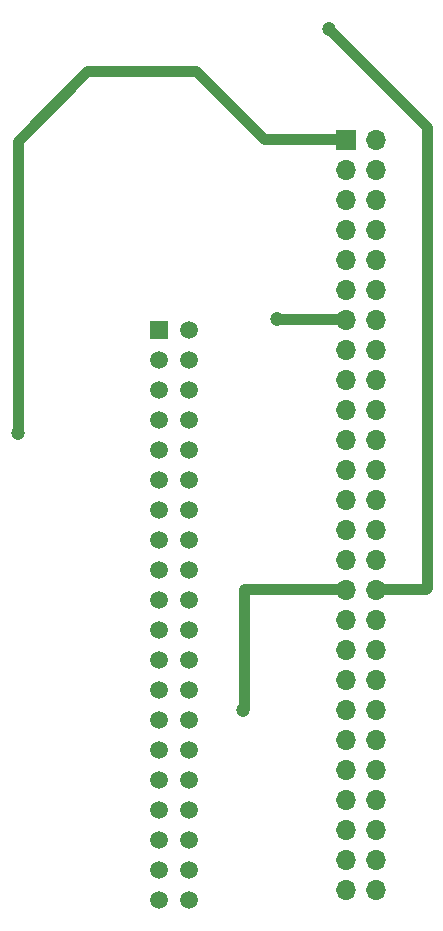
<source format=gbr>
%TF.GenerationSoftware,KiCad,Pcbnew,8.0.0*%
%TF.CreationDate,2024-06-21T11:16:24+02:00*%
%TF.ProjectId,lora,6c6f7261-2e6b-4696-9361-645f70636258,rev?*%
%TF.SameCoordinates,Original*%
%TF.FileFunction,Copper,L1,Top*%
%TF.FilePolarity,Positive*%
%FSLAX46Y46*%
G04 Gerber Fmt 4.6, Leading zero omitted, Abs format (unit mm)*
G04 Created by KiCad (PCBNEW 8.0.0) date 2024-06-21 11:16:24*
%MOMM*%
%LPD*%
G01*
G04 APERTURE LIST*
%TA.AperFunction,ComponentPad*%
%ADD10R,1.700000X1.700000*%
%TD*%
%TA.AperFunction,ComponentPad*%
%ADD11O,1.700000X1.700000*%
%TD*%
%TA.AperFunction,ComponentPad*%
%ADD12R,1.508000X1.508000*%
%TD*%
%TA.AperFunction,ComponentPad*%
%ADD13C,1.508000*%
%TD*%
%TA.AperFunction,ViaPad*%
%ADD14C,1.200000*%
%TD*%
%TA.AperFunction,Conductor*%
%ADD15C,0.900000*%
%TD*%
G04 APERTURE END LIST*
D10*
%TO.P,U2,1,1*%
%TO.N,Net-(U3-GND_1)*%
X189300000Y-69100000D03*
D11*
%TO.P,U2,2,2*%
%TO.N,unconnected-(U2-Pad2)*%
X189300000Y-71640000D03*
%TO.P,U2,3,3*%
%TO.N,unconnected-(U2-Pad3)*%
X189300000Y-74180000D03*
%TO.P,U2,4,4*%
%TO.N,unconnected-(U2-Pad4)*%
X189300000Y-76720000D03*
%TO.P,U2,5,5*%
%TO.N,unconnected-(U2-Pad5)*%
X189300000Y-79260000D03*
%TO.P,U2,6,6*%
%TO.N,unconnected-(U2-Pad6)*%
X189300000Y-81800000D03*
%TO.P,U2,7,7*%
%TO.N,Net-(U3-5V_1)*%
X189300000Y-84340000D03*
%TO.P,U2,8,8*%
%TO.N,unconnected-(U2-Pad8)*%
X189300000Y-86880000D03*
%TO.P,U2,9,9*%
%TO.N,unconnected-(U2-Pad9)*%
X189300000Y-89420000D03*
%TO.P,U2,10,10*%
%TO.N,unconnected-(U2-Pad10)*%
X189300000Y-91960000D03*
%TO.P,U2,11,11*%
%TO.N,unconnected-(U2-Pad11)*%
X189300000Y-94500000D03*
%TO.P,U2,12,12*%
%TO.N,unconnected-(U2-Pad12)*%
X189300000Y-97040000D03*
%TO.P,U2,13,13*%
%TO.N,unconnected-(U2-Pad13)*%
X189300000Y-99580000D03*
%TO.P,U2,14,14*%
%TO.N,unconnected-(U2-Pad14)*%
X189300000Y-102120000D03*
%TO.P,U2,15,15*%
%TO.N,unconnected-(U2-Pad15)*%
X189300000Y-104660000D03*
%TO.P,U2,16,16*%
%TO.N,Net-(U3-GPIO3_SCL)*%
X189300000Y-107200000D03*
%TO.P,U2,17,17*%
%TO.N,unconnected-(U2-Pad17)*%
X189300000Y-109740000D03*
%TO.P,U2,18,18*%
%TO.N,unconnected-(U2-Pad18)*%
X189300000Y-112280000D03*
%TO.P,U2,19,19*%
%TO.N,unconnected-(U2-Pad19)*%
X189300000Y-114820000D03*
%TO.P,U2,20,20*%
%TO.N,unconnected-(U2-Pad20)*%
X189300000Y-117360000D03*
%TO.P,U2,21,21*%
%TO.N,unconnected-(U2-Pad21)*%
X189300000Y-119900000D03*
%TO.P,U2,22,22*%
%TO.N,unconnected-(U2-Pad22)*%
X189300000Y-122440000D03*
%TO.P,U2,23,23*%
%TO.N,unconnected-(U2-Pad23)*%
X189300000Y-124980000D03*
%TO.P,U2,24,24*%
%TO.N,unconnected-(U2-Pad24)*%
X189300000Y-127520000D03*
%TO.P,U2,25,25*%
%TO.N,unconnected-(U2-Pad25)*%
X189300000Y-130060000D03*
%TO.P,U2,26,26*%
%TO.N,unconnected-(U2-Pad26)*%
X189300000Y-132600000D03*
%TO.P,U2,27,27*%
%TO.N,unconnected-(U2-Pad27)*%
X191840000Y-132600000D03*
%TO.P,U2,28,28*%
%TO.N,unconnected-(U2-Pad28)*%
X191840000Y-130060000D03*
%TO.P,U2,29,29*%
%TO.N,unconnected-(U2-Pad29)*%
X191840000Y-127520000D03*
%TO.P,U2,30,30*%
%TO.N,unconnected-(U2-Pad30)*%
X191840000Y-124980000D03*
%TO.P,U2,31,31*%
%TO.N,unconnected-(U2-Pad31)*%
X191840000Y-122440000D03*
%TO.P,U2,32,32*%
%TO.N,unconnected-(U2-Pad32)*%
X191840000Y-119900000D03*
%TO.P,U2,33,33*%
%TO.N,unconnected-(U2-Pad33)*%
X191840000Y-117360000D03*
%TO.P,U2,34,34*%
%TO.N,unconnected-(U2-Pad34)*%
X191840000Y-114820000D03*
%TO.P,U2,35,35*%
%TO.N,unconnected-(U2-Pad35)*%
X191840000Y-112280000D03*
%TO.P,U2,36,36*%
%TO.N,unconnected-(U2-Pad36)*%
X191840000Y-109740000D03*
%TO.P,U2,37,37*%
%TO.N,Net-(U3-GPIO2_SDA)*%
X191840000Y-107200000D03*
%TO.P,U2,38,38*%
%TO.N,unconnected-(U2-Pad38)*%
X191840000Y-104660000D03*
%TO.P,U2,39,39*%
%TO.N,unconnected-(U2-Pad39)*%
X191840000Y-102120000D03*
%TO.P,U2,40,40*%
%TO.N,unconnected-(U2-Pad40)*%
X191840000Y-99580000D03*
%TO.P,U2,41,41*%
%TO.N,unconnected-(U2-Pad41)*%
X191840000Y-97040000D03*
%TO.P,U2,42,42*%
%TO.N,unconnected-(U2-Pad42)*%
X191840000Y-94500000D03*
%TO.P,U2,43,43*%
%TO.N,unconnected-(U2-Pad43)*%
X191840000Y-91960000D03*
%TO.P,U2,44,44*%
%TO.N,unconnected-(U2-Pad44)*%
X191840000Y-89420000D03*
%TO.P,U2,45,45*%
%TO.N,unconnected-(U2-Pad45)*%
X191840000Y-86880000D03*
%TO.P,U2,46,46*%
%TO.N,unconnected-(U2-Pad46)*%
X191840000Y-84340000D03*
%TO.P,U2,47,47*%
%TO.N,unconnected-(U2-Pad47)*%
X191840000Y-81800000D03*
%TO.P,U2,48,48*%
%TO.N,unconnected-(U2-Pad48)*%
X191840000Y-79260000D03*
%TO.P,U2,49,49*%
%TO.N,unconnected-(U2-Pad49)*%
X191840000Y-76720000D03*
%TO.P,U2,50,50*%
%TO.N,unconnected-(U2-Pad50)*%
X191840000Y-74180000D03*
%TO.P,U2,51,51*%
%TO.N,unconnected-(U2-Pad51)*%
X191840000Y-71640000D03*
%TO.P,U2,52,52*%
%TO.N,unconnected-(U2-Pad52)*%
X191840000Y-69100000D03*
%TD*%
D12*
%TO.P,U3,1,3V3_1*%
%TO.N,unconnected-(U3-3V3_1-Pad1)*%
X173500000Y-85180000D03*
D13*
%TO.P,U3,2,5V_1*%
%TO.N,Net-(U3-5V_1)*%
X176040000Y-85180000D03*
%TO.P,U3,3,GPIO2_SDA*%
%TO.N,Net-(U3-GPIO2_SDA)*%
X173500000Y-87720000D03*
%TO.P,U3,4,5V_2*%
%TO.N,unconnected-(U3-5V_2-Pad4)*%
X176040000Y-87720000D03*
%TO.P,U3,5,GPIO3_SCL*%
%TO.N,Net-(U3-GPIO3_SCL)*%
X173500000Y-90260000D03*
%TO.P,U3,6,GND_8*%
%TO.N,unconnected-(U3-GND_8-Pad6)*%
X176040000Y-90260000D03*
%TO.P,U3,7,GPIO4_GPCKL0*%
%TO.N,unconnected-(U3-GPIO4_GPCKL0-Pad7)*%
X173500000Y-92800000D03*
%TO.P,U3,8,TXD0_GPIO14*%
%TO.N,unconnected-(U3-TXD0_GPIO14-Pad8)*%
X176040000Y-92800000D03*
%TO.P,U3,9,GND_1*%
%TO.N,Net-(U3-GND_1)*%
X173500000Y-95340000D03*
%TO.P,U3,10,RXD0_GPIO15*%
%TO.N,unconnected-(U3-RXD0_GPIO15-Pad10)*%
X176040000Y-95340000D03*
%TO.P,U3,11,GPIO17_GEN0*%
%TO.N,unconnected-(U3-GPIO17_GEN0-Pad11)*%
X173500000Y-97880000D03*
%TO.P,U3,12,GPIO18*%
%TO.N,unconnected-(U3-GPIO18-Pad12)*%
X176040000Y-97880000D03*
%TO.P,U3,13,GPIO27_GEN2*%
%TO.N,unconnected-(U3-GPIO27_GEN2-Pad13)*%
X173500000Y-100420000D03*
%TO.P,U3,14,GND_4*%
%TO.N,unconnected-(U3-GND_4-Pad14)*%
X176040000Y-100420000D03*
%TO.P,U3,15,GPIO22_GEN3*%
%TO.N,unconnected-(U3-GPIO22_GEN3-Pad15)*%
X173500000Y-102960000D03*
%TO.P,U3,16,GEN4_GPIO23*%
%TO.N,unconnected-(U3-GEN4_GPIO23-Pad16)*%
X176040000Y-102960000D03*
%TO.P,U3,17,3V3_2*%
%TO.N,unconnected-(U3-3V3_2-Pad17)*%
X173500000Y-105500000D03*
%TO.P,U3,18,GEN5_GPIO24*%
%TO.N,unconnected-(U3-GEN5_GPIO24-Pad18)*%
X176040000Y-105500000D03*
%TO.P,U3,19,GPIO10_MOSI*%
%TO.N,unconnected-(U3-GPIO10_MOSI-Pad19)*%
X173500000Y-108040000D03*
%TO.P,U3,20,GND_5*%
%TO.N,unconnected-(U3-GND_5-Pad20)*%
X176040000Y-108040000D03*
%TO.P,U3,21,GPIO9_MISO*%
%TO.N,unconnected-(U3-GPIO9_MISO-Pad21)*%
X173500000Y-110580000D03*
%TO.P,U3,22,GEN_6GPIO25*%
%TO.N,unconnected-(U3-GEN_6GPIO25-Pad22)*%
X176040000Y-110580000D03*
%TO.P,U3,23,GPIO11_SCLK*%
%TO.N,unconnected-(U3-GPIO11_SCLK-Pad23)*%
X173500000Y-113120000D03*
%TO.P,U3,24,~{CE0}_GPIO8*%
%TO.N,unconnected-(U3-~{CE0}_GPIO8-Pad24)*%
X176040000Y-113120000D03*
%TO.P,U3,25,GND_2*%
%TO.N,unconnected-(U3-GND_2-Pad25)*%
X173500000Y-115660000D03*
%TO.P,U3,26,~{CE1}_GPIO7*%
%TO.N,unconnected-(U3-~{CE1}_GPIO7-Pad26)*%
X176040000Y-115660000D03*
%TO.P,U3,27,ID_SD*%
%TO.N,unconnected-(U3-ID_SD-Pad27)*%
X173500000Y-118200000D03*
%TO.P,U3,28,ID_SC*%
%TO.N,unconnected-(U3-ID_SC-Pad28)*%
X176040000Y-118200000D03*
%TO.P,U3,29,GPIO5*%
%TO.N,unconnected-(U3-GPIO5-Pad29)*%
X173500000Y-120740000D03*
%TO.P,U3,30,GND_6*%
%TO.N,unconnected-(U3-GND_6-Pad30)*%
X176040000Y-120740000D03*
%TO.P,U3,31,GPIO6*%
%TO.N,unconnected-(U3-GPIO6-Pad31)*%
X173500000Y-123280000D03*
%TO.P,U3,32,GPIO12*%
%TO.N,unconnected-(U3-GPIO12-Pad32)*%
X176040000Y-123280000D03*
%TO.P,U3,33,GPIO13*%
%TO.N,unconnected-(U3-GPIO13-Pad33)*%
X173500000Y-125820000D03*
%TO.P,U3,34,GND_7*%
%TO.N,unconnected-(U3-GND_7-Pad34)*%
X176040000Y-125820000D03*
%TO.P,U3,35,GPIO19*%
%TO.N,unconnected-(U3-GPIO19-Pad35)*%
X173500000Y-128360000D03*
%TO.P,U3,36,GPIO16*%
%TO.N,unconnected-(U3-GPIO16-Pad36)*%
X176040000Y-128360000D03*
%TO.P,U3,37,GPIO26*%
%TO.N,unconnected-(U3-GPIO26-Pad37)*%
X173500000Y-130900000D03*
%TO.P,U3,38,GPIO20*%
%TO.N,unconnected-(U3-GPIO20-Pad38)*%
X176040000Y-130900000D03*
%TO.P,U3,39,GND_3*%
%TO.N,unconnected-(U3-GND_3-Pad39)*%
X173500000Y-133440000D03*
%TO.P,U3,40,GPIO21*%
%TO.N,unconnected-(U3-GPIO21-Pad40)*%
X176040000Y-133440000D03*
%TD*%
D14*
%TO.N,Net-(U3-GND_1)*%
X161500000Y-93900000D03*
%TO.N,Net-(U3-5V_1)*%
X183480000Y-84280000D03*
%TO.N,Net-(U3-GPIO3_SCL)*%
X180600000Y-117340000D03*
%TO.N,Net-(U3-GPIO2_SDA)*%
X187900000Y-59700000D03*
%TD*%
D15*
%TO.N,Net-(U3-GND_1)*%
X161510976Y-69189024D02*
X167400000Y-63300000D01*
X176600000Y-63300000D02*
X182340000Y-69040000D01*
X161510976Y-93940000D02*
X161510976Y-93910976D01*
X161500000Y-93900000D02*
X161510976Y-93889024D01*
X161510976Y-93889024D02*
X161510976Y-69189024D01*
X182340000Y-69040000D02*
X189290000Y-69040000D01*
X161510976Y-93910976D02*
X161500000Y-93900000D01*
X167400000Y-63300000D02*
X176600000Y-63300000D01*
%TO.N,Net-(U3-5V_1)*%
X189290000Y-84280000D02*
X183480000Y-84280000D01*
%TO.N,Net-(U3-GPIO3_SCL)*%
X180640000Y-117300000D02*
X180600000Y-117340000D01*
X180640000Y-107140000D02*
X180640000Y-117300000D01*
X189290000Y-107140000D02*
X180640000Y-107140000D01*
%TO.N,Net-(U3-GPIO2_SDA)*%
X187900000Y-59700000D02*
X196200000Y-68000000D01*
X191830000Y-107140000D02*
X196060000Y-107140000D01*
X196200000Y-68000000D02*
X196200000Y-107000000D01*
X196060000Y-107140000D02*
X196200000Y-107000000D01*
%TD*%
M02*

</source>
